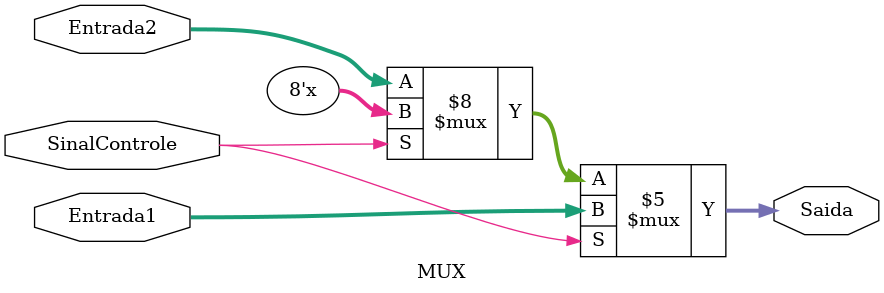
<source format=v>
module MUX(Entrada1, Entrada2, SinalControle, Saida);
input wire [7:0] Entrada1;
input wire [7:0] Entrada2;
input SinalControle;
output reg [7:0] Saida;
always @(*)begin 
 if(SinalControle == 0) begin
	Saida = Entrada2;
 end
 if(SinalControle == 1) begin
	Saida = Entrada1;
 end
end
endmodule
 

</source>
